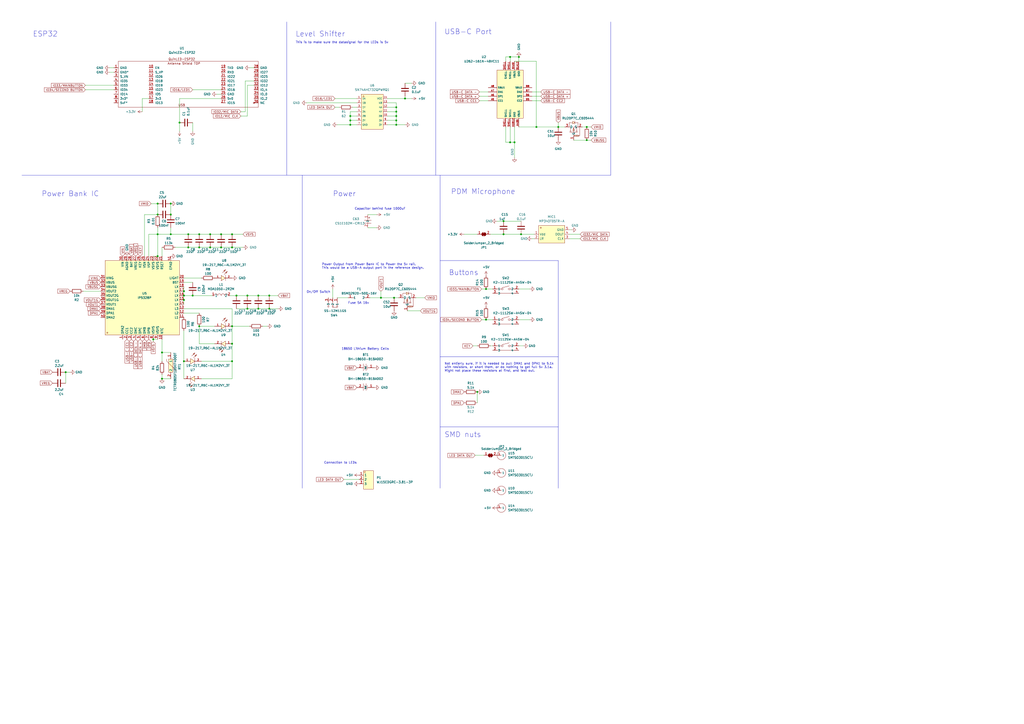
<source format=kicad_sch>
(kicad_sch (version 20230121) (generator eeschema)
  (paper "A2")
  (title_block (title "led-tube") (date "2023-10-02") (rev "0.1"))
  (junction (at 91.44 135.89))
  (junction (at 128.27 135.89))
  (junction (at 156.21 179.07))
  (junction (at 115.57 135.89))
  (junction (at 99.06 135.89))
  (junction (at 106.68 209.55))
  (junction (at 121.92 135.89))
  (junction (at 203.2 72.39))
  (junction (at 134.62 189.23))
  (junction (at 203.2 67.31))
  (junction (at 115.57 143.51))
  (junction (at 115.57 189.23))
  (junction (at 340.36 73.66))
  (junction (at 93.98 219.71))
  (junction (at 134.62 135.89))
  (junction (at 300.99 33.02))
  (junction (at 311.15 73.66))
  (junction (at 340.36 81.28))
  (junction (at 99.06 118.11))
  (junction (at 295.91 82.55))
  (junction (at 220.98 172.72))
  (junction (at 134.62 143.51))
  (junction (at 106.68 171.45))
  (junction (at 234.95 57.15))
  (junction (at 109.22 135.89))
  (junction (at 281.94 167.64))
  (junction (at 228.6 172.72))
  (junction (at 281.94 185.42))
  (junction (at 91.44 124.46))
  (junction (at 292.1 135.89))
  (junction (at 109.22 143.51))
  (junction (at 88.9 196.85))
  (junction (at 99.06 124.46))
  (junction (at 91.44 118.11))
  (junction (at 229.87 72.39))
  (junction (at 298.45 82.55))
  (junction (at 295.91 33.02))
  (junction (at 229.87 67.31))
  (junction (at 149.86 171.45))
  (junction (at 276.86 227.33))
  (junction (at 149.86 179.07))
  (junction (at 143.51 179.07))
  (junction (at 104.14 71.12))
  (junction (at 143.51 171.45))
  (junction (at 137.16 171.45))
  (junction (at 229.87 62.23))
  (junction (at 121.92 143.51))
  (junction (at 93.98 204.47))
  (junction (at 292.1 128.27))
  (junction (at 38.1 215.9))
  (junction (at 106.68 168.91))
  (junction (at 302.26 135.89))
  (junction (at 106.68 173.99))
  (junction (at 156.21 171.45))
  (junction (at 91.44 148.59))
  (junction (at 134.62 199.39))
  (junction (at 229.87 69.85))
  (junction (at 323.85 73.66))
  (junction (at 111.76 171.45))
  (junction (at 203.2 69.85))
  (junction (at 128.27 143.51))
  (junction (at 134.62 209.55))
  (junction (at 229.87 64.77))
  (wire (pts (xy 203.2 67.31) (xy 207.01 67.31)))
  (wire (pts (xy 203.2 67.31) (xy 203.2 69.85)))
  (wire (pts (xy 143.51 171.45) (xy 149.86 171.45)))
  (wire (pts (xy 109.22 143.51) (xy 115.57 143.51)))
  (wire (pts (xy 91.44 135.89) (xy 99.06 135.89)))
  (wire (pts (xy 295.91 82.55) (xy 295.91 73.66)))
  (polyline (pts (xy 252.73 12.7) (xy 252.73 101.6)))
  (wire (pts (xy 300.99 73.66) (xy 311.15 73.66)))
  (wire (pts (xy 106.68 171.45) (xy 106.68 173.99)))
  (wire (pts (xy 128.27 57.15) (xy 104.14 57.15)))
  (wire (pts (xy 224.79 72.39) (xy 229.87 72.39)))
  (wire (pts (xy 93.98 143.51) (xy 93.98 148.59)))
  (wire (pts (xy 220.98 168.91) (xy 220.98 172.72)))
  (wire (pts (xy 336.55 138.43) (xy 330.2 138.43)))
  (wire (pts (xy 298.45 91.44) (xy 298.45 82.55)))
  (wire (pts (xy 106.68 161.29) (xy 116.84 161.29)))
  (wire (pts (xy 149.86 171.45) (xy 156.21 171.45)))
  (wire (pts (xy 137.16 171.45) (xy 143.51 171.45)))
  (wire (pts (xy 99.06 118.11) (xy 99.06 124.46)))
  (wire (pts (xy 278.13 53.34) (xy 283.21 53.34)))
  (wire (pts (xy 115.57 189.23) (xy 124.46 189.23)))
  (wire (pts (xy 278.13 55.88) (xy 283.21 55.88)))
  (wire (pts (xy 293.37 35.56) (xy 293.37 33.02)))
  (wire (pts (xy 106.68 179.07) (xy 134.62 179.07)))
  (wire (pts (xy 87.63 118.11) (xy 91.44 118.11)))
  (wire (pts (xy 269.24 135.89) (xy 276.86 135.89)))
  (wire (pts (xy 229.87 59.69) (xy 229.87 62.23)))
  (wire (pts (xy 311.15 35.56) (xy 311.15 73.66)))
  (wire (pts (xy 106.68 168.91) (xy 106.68 171.45)))
  (wire (pts (xy 293.37 82.55) (xy 295.91 82.55)))
  (wire (pts (xy 224.79 64.77) (xy 229.87 64.77)))
  (wire (pts (xy 300.99 167.64) (xy 307.34 167.64)))
  (polyline (pts (xy 255.27 247.65) (xy 323.85 247.65)))
  (wire (pts (xy 88.9 148.59) (xy 91.44 148.59)))
  (wire (pts (xy 134.62 135.89) (xy 140.97 135.89)))
  (polyline (pts (xy 166.37 12.7) (xy 166.37 101.6)))
  (wire (pts (xy 142.24 46.99) (xy 142.24 64.77)))
  (wire (pts (xy 203.2 64.77) (xy 203.2 67.31)))
  (wire (pts (xy 224.79 67.31) (xy 229.87 67.31)))
  (wire (pts (xy 203.2 69.85) (xy 207.01 69.85)))
  (wire (pts (xy 300.99 185.42) (xy 307.34 185.42)))
  (wire (pts (xy 340.36 81.28) (xy 342.9 81.28)))
  (polyline (pts (xy 175.26 101.6) (xy 175.26 283.21)))
  (wire (pts (xy 234.95 55.88) (xy 234.95 57.15)))
  (wire (pts (xy 194.31 62.23) (xy 196.85 62.23)))
  (wire (pts (xy 293.37 33.02) (xy 295.91 33.02)))
  (wire (pts (xy 134.62 189.23) (xy 134.62 199.39)))
  (wire (pts (xy 308.61 55.88) (xy 313.69 55.88)))
  (wire (pts (xy 292.1 135.89) (xy 302.26 135.89)))
  (wire (pts (xy 298.45 82.55) (xy 298.45 73.66)))
  (wire (pts (xy 228.6 172.72) (xy 231.14 172.72)))
  (wire (pts (xy 115.57 135.89) (xy 121.92 135.89)))
  (wire (pts (xy 213.36 132.08) (xy 218.44 132.08)))
  (polyline (pts (xy 255.27 151.13) (xy 323.85 151.13)))
  (wire (pts (xy 115.57 143.51) (xy 121.92 143.51)))
  (wire (pts (xy 308.61 58.42) (xy 313.69 58.42)))
  (wire (pts (xy 195.58 72.39) (xy 203.2 72.39)))
  (wire (pts (xy 295.91 82.55) (xy 298.45 82.55)))
  (wire (pts (xy 224.79 62.23) (xy 229.87 62.23)))
  (wire (pts (xy 308.61 138.43) (xy 309.88 138.43)))
  (wire (pts (xy 143.51 67.31) (xy 143.51 49.53)))
  (wire (pts (xy 38.1 215.9) (xy 40.64 215.9)))
  (wire (pts (xy 106.68 209.55) (xy 106.68 219.71)))
  (wire (pts (xy 128.27 135.89) (xy 134.62 135.89)))
  (wire (pts (xy 298.45 35.56) (xy 311.15 35.56)))
  (wire (pts (xy 311.15 73.66) (xy 323.85 73.66)))
  (wire (pts (xy 156.21 179.07) (xy 161.29 179.07)))
  (wire (pts (xy 93.98 219.71) (xy 99.06 219.71)))
  (wire (pts (xy 93.98 204.47) (xy 99.06 204.47)))
  (wire (pts (xy 220.98 172.72) (xy 228.6 172.72)))
  (wire (pts (xy 199.39 278.13) (xy 208.28 278.13)))
  (wire (pts (xy 48.26 168.91) (xy 58.42 168.91)))
  (wire (pts (xy 99.06 132.08) (xy 99.06 135.89)))
  (wire (pts (xy 332.74 81.28) (xy 340.36 81.28)))
  (wire (pts (xy 137.16 179.07) (xy 143.51 179.07)))
  (wire (pts (xy 281.94 185.42) (xy 285.75 185.42)))
  (wire (pts (xy 224.79 57.15) (xy 234.95 57.15)))
  (wire (pts (xy 143.51 49.53) (xy 147.32 49.53)))
  (wire (pts (xy 88.9 196.85) (xy 91.44 196.85)))
  (wire (pts (xy 101.6 143.51) (xy 109.22 143.51)))
  (wire (pts (xy 66.04 49.53) (xy 49.53 49.53)))
  (polyline (pts (xy 12.7 101.6) (xy 354.33 101.6)))
  (wire (pts (xy 229.87 69.85) (xy 229.87 72.39)))
  (wire (pts (xy 293.37 73.66) (xy 293.37 82.55)))
  (wire (pts (xy 93.98 204.47) (xy 93.98 196.85)))
  (wire (pts (xy 106.68 171.45) (xy 111.76 171.45)))
  (wire (pts (xy 91.44 135.89) (xy 91.44 148.59)))
  (wire (pts (xy 149.86 179.07) (xy 156.21 179.07)))
  (wire (pts (xy 83.82 124.46) (xy 91.44 124.46)))
  (wire (pts (xy 116.84 219.71) (xy 134.62 219.71)))
  (wire (pts (xy 204.47 62.23) (xy 207.01 62.23)))
  (wire (pts (xy 134.62 189.23) (xy 144.78 189.23)))
  (polyline (pts (xy 255.27 101.6) (xy 255.27 283.21)))
  (wire (pts (xy 106.68 173.99) (xy 106.68 176.53)))
  (wire (pts (xy 275.59 264.16) (xy 280.67 264.16)))
  (wire (pts (xy 128.27 52.07) (xy 111.76 52.07)))
  (wire (pts (xy 104.14 71.12) (xy 104.14 76.2)))
  (wire (pts (xy 323.85 71.12) (xy 323.85 73.66)))
  (wire (pts (xy 229.87 67.31) (xy 229.87 69.85)))
  (wire (pts (xy 63.5 41.91) (xy 66.04 41.91)))
  (wire (pts (xy 134.62 209.55) (xy 134.62 199.39)))
  (wire (pts (xy 284.48 135.89) (xy 292.1 135.89)))
  (wire (pts (xy 93.98 209.55) (xy 93.98 204.47)))
  (wire (pts (xy 195.58 172.72) (xy 201.93 172.72)))
  (wire (pts (xy 147.32 46.99) (xy 142.24 46.99)))
  (wire (pts (xy 229.87 72.39) (xy 234.95 72.39)))
  (wire (pts (xy 229.87 64.77) (xy 229.87 67.31)))
  (wire (pts (xy 224.79 59.69) (xy 229.87 59.69)))
  (wire (pts (xy 276.86 227.33) (xy 276.86 233.68)))
  (wire (pts (xy 82.55 64.77) (xy 82.55 57.15)))
  (wire (pts (xy 302.26 135.89) (xy 309.88 135.89)))
  (wire (pts (xy 66.04 52.07) (xy 49.53 52.07)))
  (wire (pts (xy 134.62 219.71) (xy 134.62 209.55)))
  (wire (pts (xy 99.06 135.89) (xy 109.22 135.89)))
  (wire (pts (xy 143.51 179.07) (xy 149.86 179.07)))
  (wire (pts (xy 214.63 172.72) (xy 220.98 172.72)))
  (wire (pts (xy 109.22 135.89) (xy 115.57 135.89)))
  (wire (pts (xy 207.01 64.77) (xy 203.2 64.77)))
  (wire (pts (xy 134.62 143.51) (xy 140.97 143.51)))
  (wire (pts (xy 203.2 72.39) (xy 207.01 72.39)))
  (wire (pts (xy 104.14 57.15) (xy 104.14 71.12)))
  (polyline (pts (xy 323.85 151.13) (xy 323.85 283.21)))
  (wire (pts (xy 134.62 179.07) (xy 134.62 189.23)))
  (wire (pts (xy 288.29 128.27) (xy 292.1 128.27)))
  (wire (pts (xy 38.1 222.25) (xy 38.1 215.9)))
  (wire (pts (xy 106.68 166.37) (xy 106.68 168.91)))
  (wire (pts (xy 111.76 171.45) (xy 123.19 171.45)))
  (polyline (pts (xy 255.27 207.01) (xy 323.85 207.01)))
  (wire (pts (xy 133.35 171.45) (xy 137.16 171.45)))
  (wire (pts (xy 292.1 128.27) (xy 302.26 128.27)))
  (wire (pts (xy 152.4 189.23) (xy 154.94 189.23)))
  (wire (pts (xy 86.36 135.89) (xy 91.44 135.89)))
  (wire (pts (xy 116.84 209.55) (xy 134.62 209.55)))
  (wire (pts (xy 340.36 73.66) (xy 337.82 73.66)))
  (wire (pts (xy 281.94 167.64) (xy 285.75 167.64)))
  (wire (pts (xy 63.5 39.37) (xy 66.04 39.37)))
  (wire (pts (xy 88.9 196.85) (xy 88.9 198.12)))
  (wire (pts (xy 342.9 73.66) (xy 340.36 73.66)))
  (wire (pts (xy 327.66 73.66) (xy 323.85 73.66)))
  (wire (pts (xy 121.92 143.51) (xy 128.27 143.51)))
  (wire (pts (xy 284.48 200.66) (xy 285.75 200.66)))
  (wire (pts (xy 295.91 35.56) (xy 295.91 33.02)))
  (wire (pts (xy 331.47 133.35) (xy 330.2 133.35)))
  (wire (pts (xy 274.32 200.66) (xy 276.86 200.66)))
  (wire (pts (xy 91.44 132.08) (xy 91.44 135.89)))
  (wire (pts (xy 143.51 67.31) (xy 139.7 67.31)))
  (wire (pts (xy 144.78 39.37) (xy 147.32 39.37)))
  (polyline (pts (xy 354.33 12.7) (xy 354.33 101.6)))
  (wire (pts (xy 194.31 57.15) (xy 207.01 57.15)))
  (wire (pts (xy 236.22 180.34) (xy 243.84 180.34)))
  (wire (pts (xy 125.73 54.61) (xy 128.27 54.61)))
  (wire (pts (xy 279.4 185.42) (xy 281.94 185.42)))
  (wire (pts (xy 193.04 167.64) (xy 193.04 172.72)))
  (wire (pts (xy 278.13 58.42) (xy 283.21 58.42)))
  (wire (pts (xy 124.46 199.39) (xy 115.57 199.39)))
  (wire (pts (xy 121.92 135.89) (xy 128.27 135.89)))
  (wire (pts (xy 213.36 124.46) (xy 218.44 124.46)))
  (wire (pts (xy 106.68 163.83) (xy 111.76 163.83)))
  (wire (pts (xy 241.3 172.72) (xy 246.38 172.72)))
  (wire (pts (xy 300.99 35.56) (xy 300.99 33.02)))
  (wire (pts (xy 93.98 219.71) (xy 93.98 217.17)))
  (wire (pts (xy 115.57 199.39) (xy 115.57 189.23)))
  (wire (pts (xy 203.2 69.85) (xy 203.2 72.39)))
  (wire (pts (xy 224.79 69.85) (xy 229.87 69.85)))
  (wire (pts (xy 82.55 57.15) (xy 86.36 57.15)))
  (wire (pts (xy 229.87 62.23) (xy 229.87 64.77)))
  (wire (pts (xy 156.21 171.45) (xy 161.29 171.45)))
  (wire (pts (xy 142.24 64.77) (xy 139.7 64.77)))
  (wire (pts (xy 111.76 71.12) (xy 111.76 76.2)))
  (wire (pts (xy 106.68 181.61) (xy 115.57 181.61)))
  (wire (pts (xy 234.95 48.26) (xy 238.76 48.26)))
  (wire (pts (xy 295.91 33.02) (xy 300.99 33.02)))
  (wire (pts (xy 128.27 143.51) (xy 134.62 143.51)))
  (wire (pts (xy 86.36 148.59) (xy 86.36 135.89)))
  (wire (pts (xy 106.68 191.77) (xy 106.68 209.55)))
  (wire (pts (xy 234.95 57.15) (xy 238.76 57.15)))
  (wire (pts (xy 330.2 135.89) (xy 336.55 135.89)))
  (wire (pts (xy 177.8 59.69) (xy 207.01 59.69)))
  (wire (pts (xy 91.44 118.11) (xy 91.44 124.46)))
  (wire (pts (xy 279.4 167.64) (xy 281.94 167.64)))
  (wire (pts (xy 308.61 53.34) (xy 313.69 53.34)))
  (wire (pts (xy 83.82 148.59) (xy 83.82 124.46)))
  (wire (pts (xy 300.99 200.66) (xy 303.53 200.66)))
  (text "SMD nuts" (at 257.81 254 0) (effects (font (size 3 3)) (justify left bottom)))
  (text "18650 Lithium Battery Cells" (at 198.12 203.2 0) (effects (font (size 1.27 1.27)) (justify left bottom)))
  (text "Fuse 5A 16v\n" (at 201.93 176.53 0) (effects (font (size 1.27 1.27)) (justify left bottom)))
  (text "Capacitor behind fuse 1000uF" (at 205.74 121.92 0) (effects (font (size 1.27 1.27)) (justify left bottom)))
  (text "Power Bank IC" (at 24.13 114.3 0) (effects (font (size 3 3)) (justify left bottom)))
  (text "On/Off Switch\n" (at 177.8 170.18 0) (effects (font (size 1.27 1.27)) (justify left bottom)))
  (text "Power" (at 193.04 114.3 0) (effects (font (size 3 3)) (justify left bottom)))
  (text "PDM Microphone" (at 261.62 113.03 0) (effects (font (size 3 3)) (justify left bottom)))
  (text "USB-C Port" (at 257.81 20.32 0) (effects (font (size 3 3)) (justify left bottom)))
  (text "Buttons\n" (at 260.35 160.02 0) (effects (font (size 3 3)) (justify left bottom)))
  (text "Connection to LEDs" (at 187.96 269.24 0) (effects (font (size 1.27 1.27)) (justify left bottom)))
  (text "This is to make sure the datasignal for the LEDs is 5v" (at 171.45 25.4 0) (effects (font (size 1.27 1.27)) (justify left bottom)))
  (text "Level Shifter" (at 171.45 21.59 0) (effects (font (size 3 3)) (justify left bottom)))
  (text "Power Output from Power Bank IC to Power the 5v rail.\nThis would be a USB-A output port in the reference design." (at 186.69 156.21 0) (effects (font (size 1.27 1.27)) (justify left bottom)))
  (text "Not entierly sure, if it is needed to pull DMA1 and DPA1 to 5.1k \nwith resistors, or short them, or do nothing to get full 5v 3.1a.\nMight not place these resistors at first, and test out." (at 257.81 215.9 0) (effects (font (size 1.27 1.27)) (justify left bottom)))
  (text "ESP32" (at 19.05 21.59 0) (effects (font (size 3 3)) (justify left bottom)))
  (global_label "LED DATA OUT" (shape input) (at 275.59 264.16 180) (property "Intersheetrefs" "${INTERSHEET_REFS}" (effects hide)))
  (global_label "VOUT1G" (shape input) (at 243.84 180.34 0) (property "Intersheetrefs" "${INTERSHEET_REFS}" (effects hide)))
  (global_label "IO32{slash}MIC DATA" (shape input) (at 139.7 64.77 180) (property "Intersheetrefs" "${INTERSHEET_REFS}" (effects hide)))
  (global_label "KEY" (shape input) (at 81.28 148.59 90) (property "Intersheetrefs" "${INTERSHEET_REFS}" (effects hide)))
  (global_label "DPA1" (shape input) (at 58.42 181.61 180) (property "Intersheetrefs" "${INTERSHEET_REFS}" (effects hide)))
  (global_label "IO12{slash}MIC CLK" (shape input) (at 336.55 138.43 0) (property "Intersheetrefs" "${INTERSHEET_REFS}" (effects hide)))
  (global_label "VSYS" (shape input) (at 140.97 135.89 0) (property "Intersheetrefs" "${INTERSHEET_REFS}" (effects hide)))
  (global_label "DPA1" (shape input) (at 269.24 233.68 180) (property "Intersheetrefs" "${INTERSHEET_REFS}" (effects hide)))
  (global_label "VMID" (shape input) (at 246.38 172.72 0) (property "Intersheetrefs" "${INTERSHEET_REFS}" (effects hide)))
  (global_label "VREG" (shape input) (at 30.48 222.25 180) (property "Intersheetrefs" "${INTERSHEET_REFS}" (effects hide)))
  (global_label "VMID" (shape input) (at 342.9 73.66 0) (property "Intersheetrefs" "${INTERSHEET_REFS}" (effects hide)))
  (global_label "DMA1" (shape input) (at 58.42 179.07 180) (property "Intersheetrefs" "${INTERSHEET_REFS}" (effects hide)))
  (global_label "USB-C CC1" (shape input) (at 73.66 196.85 270) (property "Intersheetrefs" "${INTERSHEET_REFS}" (effects hide)))
  (global_label "VING" (shape input) (at 58.42 161.29 180) (property "Intersheetrefs" "${INTERSHEET_REFS}" (effects hide)))
  (global_label "VBAT" (shape input) (at 76.2 148.59 90) (property "Intersheetrefs" "${INTERSHEET_REFS}" (effects hide)))
  (global_label "USB-C DATA -" (shape input) (at 78.74 196.85 270) (property "Intersheetrefs" "${INTERSHEET_REFS}" (effects hide)))
  (global_label "IO16{slash}LED1" (shape input) (at 194.31 57.15 180) (property "Intersheetrefs" "${INTERSHEET_REFS}" (effects hide)))
  (global_label "VOUT1G" (shape input) (at 58.42 173.99 180) (property "Intersheetrefs" "${INTERSHEET_REFS}" (effects hide)))
  (global_label "USB-C CC2" (shape input) (at 313.69 58.42 0) (property "Intersheetrefs" "${INTERSHEET_REFS}" (effects hide)))
  (global_label "USB-C DATA +" (shape input) (at 81.28 196.85 270) (property "Intersheetrefs" "${INTERSHEET_REFS}" (effects hide)))
  (global_label "USB-C DATA +" (shape input) (at 313.69 55.88 0) (property "Intersheetrefs" "${INTERSHEET_REFS}" (effects hide)))
  (global_label "VMID" (shape input) (at 87.63 118.11 180) (property "Intersheetrefs" "${INTERSHEET_REFS}" (effects hide)))
  (global_label "LED DATA OUT" (shape input) (at 199.39 278.13 180) (property "Intersheetrefs" "${INTERSHEET_REFS}" (effects hide)))
  (global_label "VOUT1" (shape input) (at 58.42 176.53 180) (property "Intersheetrefs" "${INTERSHEET_REFS}" (effects hide)))
  (global_label "VOUT1" (shape input) (at 220.98 168.91 90) (property "Intersheetrefs" "${INTERSHEET_REFS}" (effects hide)))
  (global_label "IO16{slash}LED1" (shape input) (at 111.76 52.07 180) (property "Intersheetrefs" "${INTERSHEET_REFS}" (effects hide)))
  (global_label "USB-C CC2" (shape input) (at 76.2 196.85 270) (property "Intersheetrefs" "${INTERSHEET_REFS}" (effects hide)))
  (global_label "LED DATA OUT" (shape input) (at 194.31 62.23 180) (property "Intersheetrefs" "${INTERSHEET_REFS}" (effects hide)))
  (global_label "DMA1" (shape input) (at 269.24 227.33 180) (property "Intersheetrefs" "${INTERSHEET_REFS}" (effects hide)))
  (global_label "VBAT" (shape input) (at 161.29 171.45 0) (property "Intersheetrefs" "${INTERSHEET_REFS}" (effects hide)))
  (global_label "VBUS" (shape input) (at 323.85 71.12 90) (property "Intersheetrefs" "${INTERSHEET_REFS}" (effects hide)))
  (global_label "DMB" (shape input) (at 83.82 196.85 270) (property "Intersheetrefs" "${INTERSHEET_REFS}" (effects hide)))
  (global_label "VREG" (shape input) (at 40.64 168.91 180) (property "Intersheetrefs" "${INTERSHEET_REFS}" (effects hide)))
  (global_label "VBAT" (shape input) (at 207.01 224.79 180) (property "Intersheetrefs" "${INTERSHEET_REFS}" (effects hide)))
  (global_label "VIN" (shape input) (at 71.12 148.59 90) (property "Intersheetrefs" "${INTERSHEET_REFS}" (effects hide)))
  (global_label "VSYS" (shape input) (at 88.9 198.12 270) (property "Intersheetrefs" "${INTERSHEET_REFS}" (effects hide)))
  (global_label "USB-C DATA -" (shape input) (at 313.69 53.34 0) (property "Intersheetrefs" "${INTERSHEET_REFS}" (effects hide)))
  (global_label "VBUSG" (shape input) (at 342.9 81.28 0) (property "Intersheetrefs" "${INTERSHEET_REFS}" (effects hide)))
  (global_label "IO34{slash}SECOND BUTTON" (shape input) (at 49.53 52.07 180) (property "Intersheetrefs" "${INTERSHEET_REFS}" (effects hide)))
  (global_label "IO33{slash}MAINBUTTON" (shape input) (at 279.4 167.64 180) (property "Intersheetrefs" "${INTERSHEET_REFS}" (effects hide)))
  (global_label "VBUS" (shape input) (at 58.42 163.83 180) (property "Intersheetrefs" "${INTERSHEET_REFS}" (effects hide)))
  (global_label "IO32{slash}MIC DATA" (shape input) (at 336.55 135.89 0) (property "Intersheetrefs" "${INTERSHEET_REFS}" (effects hide)))
  (global_label "VBAT" (shape input) (at 30.48 215.9 180) (property "Intersheetrefs" "${INTERSHEET_REFS}" (effects hide)))
  (global_label "USB-C DATA -" (shape input) (at 278.13 53.34 180) (property "Intersheetrefs" "${INTERSHEET_REFS}" (effects hide)))
  (global_label "USB-C CC1" (shape input) (at 278.13 58.42 180) (property "Intersheetrefs" "${INTERSHEET_REFS}" (effects hide)))
  (global_label "IO34{slash}SECOND BUTTON" (shape input) (at 279.4 185.42 180) (property "Intersheetrefs" "${INTERSHEET_REFS}" (effects hide)))
  (global_label "DPB" (shape input) (at 86.36 196.85 270) (property "Intersheetrefs" "${INTERSHEET_REFS}" (effects hide)))
  (global_label "VBAT" (shape input) (at 207.01 213.36 180) (property "Intersheetrefs" "${INTERSHEET_REFS}" (effects hide)))
  (global_label "IO33{slash}MAINBUTTON" (shape input) (at 49.53 49.53 180) (property "Intersheetrefs" "${INTERSHEET_REFS}" (effects hide)))
  (global_label "KEY" (shape input) (at 274.32 200.66 180) (property "Intersheetrefs" "${INTERSHEET_REFS}" (effects hide)))
  (global_label "IO12{slash}MIC CLK" (shape input) (at 139.7 67.31 180) (property "Intersheetrefs" "${INTERSHEET_REFS}" (effects hide)))
  (global_label "VBUSG" (shape input) (at 58.42 166.37 180) (property "Intersheetrefs" "${INTERSHEET_REFS}" (effects hide)))
  (global_label "VREG" (shape input) (at 78.74 148.59 90) (property "Intersheetrefs" "${INTERSHEET_REFS}" (effects hide)))
  (global_label "USB-C DATA +" (shape input) (at 278.13 55.88 180) (property "Intersheetrefs" "${INTERSHEET_REFS}" (effects hide)))
  (symbol (lib_id "power:GND") (at 161.29 179.07 90) (unit 1)
    (property "Reference" "#PWR021" (effects hide))
    (property "Value" "GND" (at 165.1 179.07 90) (effects (justify right)))
  )
  (symbol (lib_id "Device:C") (at 121.92 139.7 0) (unit 1)
    (property "Reference" "C11" (at 123.19 144.78 0) (effects (justify left)))
    (property "Value" "22uf" (at 120.65 146.05 0) (effects (justify left)))
    (property "Footprint" "Capacitor_SMD:C_0805_2012Metric_Pad1.18x1.45mm_HandSolder" (effects hide))
  )
  (symbol (lib_id "easyeda2kicad:BH-18650-B1BA002") (at 212.09 213.36 0) (unit 1)
    (property "Reference" "BT1" (at 212.09 205.74 0))
    (property "Value" "BH-18650-B1BA002" (at 212.09 208.28 0))
    (property "Footprint" "easyeda2kicad:BATTERY-SMD_18650-1S-L77.1-W20.7-1" (effects hide))
    (property "LCSC Part" "C2988620" (effects hide))
  )
  (symbol (lib_id "GLOWINGKITTYPARTS:SMTSO3015CTJ") (at 290.83 257.81 0) (unit 1)
    (property "Reference" "U15" (at 294.64 262.89 0) (effects (justify left)))
    (property "Value" "SMTSO3015CTJ" (at 294.64 265.43 0) (effects (justify left)))
    (property "Footprint" "footprint:SMTSO3030CTJ" (effects hide))
    (property "Datasheet" "https://img.jlc.com/pdf/applyPasteComponent/2021-07-26/212394W/84600014a36a49d2b26ab413315c8aa0/SINHOO%E7%94%B5%E8%B7%AF%E6%9D%BF%E8%A1%A8%E8%B4%B4%E8%9E%BA%E6%AF%8D%E6%9F%B1PCBSMDNuts.pdf" (effects hide))
    (property "LCSC #" "C2915308" (effects hide))
  )
  (symbol (lib_id "easyeda2kicad:MP34DT05TR-A") (at 320.04 135.89 0) (unit 1)
    (property "Reference" "MIC1" (at 320.04 125.73 0))
    (property "Value" "MP34DT05TR-A" (at 320.04 128.27 0))
    (property "Footprint" "easyeda2kicad:MIC-SMD_5P-L3.0-W4.0-P0.85-BL" (effects hide))
    (property "LCSC Part" "C2688664" (effects hide))
  )
  (symbol (lib_id "easyeda2kicad:BH-18650-B1BA002") (at 212.09 224.79 0) (unit 1)
    (property "Reference" "BT2" (at 212.09 217.17 0))
    (property "Value" "BH-18650-B1BA002" (at 212.09 219.71 0))
    (property "Footprint" "easyeda2kicad:BATTERY-SMD_18650-1S-L77.1-W20.7-1" (effects hide))
    (property "LCSC Part" "C2988620" (effects hide))
  )
  (symbol (lib_id "power:GND") (at 93.98 219.71 0) (unit 1)
    (property "Reference" "#PWR04" (effects hide))
    (property "Value" "GND" (at 93.98 224.79 0))
  )
  (symbol (lib_id "GLOWINGKITTYPARTS:SMTSO3015CTJ") (at 290.83 267.97 0) (unit 1)
    (property "Reference" "U11" (at 294.64 273.05 0) (effects (justify left)))
    (property "Value" "SMTSO3015CTJ" (at 294.64 275.59 0) (effects (justify left)))
    (property "Footprint" "footprint:SMTSO3030CTJ" (effects hide))
    (property "Datasheet" "https://img.jlc.com/pdf/applyPasteComponent/2021-07-26/212394W/84600014a36a49d2b26ab413315c8aa0/SINHOO%E7%94%B5%E8%B7%AF%E6%9D%BF%E8%A1%A8%E8%B4%B4%E8%9E%BA%E6%AF%8D%E6%9F%B1PCBSMDNuts.pdf" (effects hide))
    (property "LCSC #" "C2915308" (effects hide))
  )
  (symbol (lib_id "GLOWINGKITTYPARTS:19-217_R6C-AL1M2VY_3T") (at 229.87 224.79 0) (unit 1)
    (property "Reference" "U8" (at 130.048 151.13 0))
    (property "Value" "19-217_R6C-AL1M2VY_3T" (at 130.048 153.67 0))
    (property "Footprint" "footprint:LED0603-R-RD" (effects hide))
    (property "Datasheet" "https://lcsc.com/product-detail/Light-Emitting-Diodes-LED_Hubei-KENTO-Elec-0603-Green_C12624.html" (effects hide))
  )
  (symbol (lib_id "Device:C") (at 137.16 175.26 0) (unit 1)
    (property "Reference" "C17" (at 138.43 180.34 0) (effects (justify left)))
    (property "Value" "22uf" (at 135.89 181.61 0) (effects (justify left)))
    (property "Footprint" "Capacitor_SMD:C_0805_2012Metric_Pad1.18x1.45mm_HandSolder" (effects hide))
  )
  (symbol (lib_id "power:GND") (at 177.8 59.69 270) (unit 1)
    (property "Reference" "#PWR0109" (effects hide))
    (property "Value" "GND" (at 173.99 59.6899 90) (effects (justify right)))
  )
  (symbol (lib_id "power:GND") (at 99.06 118.11 90) (unit 1)
    (property "Reference" "#PWR05" (effects hide))
    (property "Value" "GND" (at 104.14 118.11 90))
  )
  (symbol (lib_id "Device:C") (at 111.76 167.64 180) (unit 1)
    (property "Reference" "C9" (at 115.57 166.37 90) (effects (justify left)))
    (property "Value" "100nf" (at 118.11 165.1 90) (effects (justify left)))
    (property "Footprint" "Capacitor_SMD:C_0603_1608Metric_Pad1.08x0.95mm_HandSolder" (effects hide))
  )
  (symbol (lib_id "power:+3.3V") (at 82.55 64.77 90) (unit 1)
    (property "Reference" "#PWR013" (effects hide))
    (property "Value" "+3.3V" (at 78.74 64.77 90) (effects (justify left)))
  )
  (symbol (lib_id "power:GND") (at 308.61 138.43 270) (unit 1)
    (property "Reference" "#PWR027" (effects hide))
    (property "Value" "GND" (at 306.07 138.43 90) (effects (justify right)))
  )
  (symbol (lib_id "power:GND") (at 303.53 200.66 90) (unit 1)
    (property "Reference" "#PWR010" (effects hide))
    (property "Value" "GND" (at 308.61 200.66 90))
  )
  (symbol (lib_id "Device:C") (at 143.51 175.26 0) (unit 1)
    (property "Reference" "C18" (at 144.78 180.34 0) (effects (justify left)))
    (property "Value" "22uf" (at 142.24 181.61 0) (effects (justify left)))
    (property "Footprint" "Capacitor_SMD:C_0805_2012Metric_Pad1.18x1.45mm_HandSolder" (effects hide))
  )
  (symbol (lib_id "power:GND") (at 134.62 161.29 90) (unit 1)
    (property "Reference" "#PWR07" (effects hide))
    (property "Value" "GND" (at 138.43 161.29 90) (effects (justify right)))
  )
  (symbol (lib_id "power:GND") (at 154.94 189.23 90) (unit 1)
    (property "Reference" "#PWR09" (effects hide))
    (property "Value" "GND" (at 158.75 189.23 90) (effects (justify right)))
  )
  (symbol (lib_id "power:GND") (at 307.34 185.42 90) (mirror x) (unit 1)
    (property "Reference" "#PWR030" (effects hide))
    (property "Value" "GND" (at 314.96 185.42 90) (effects (justify left)))
  )
  (symbol (lib_id "Device:C") (at 34.29 215.9 270) (unit 1)
    (property "Reference" "C3" (at 31.75 209.55 90) (effects (justify left)))
    (property "Value" "2.2uf" (at 31.75 212.09 90) (effects (justify left)))
    (property "Footprint" "Capacitor_SMD:C_0603_1608Metric_Pad1.08x0.95mm_HandSolder" (effects hide))
  )
  (symbol (lib_id "GLOWINGKITTYPARTS:SMTSO3015CTJ") (at 290.83 288.29 0) (unit 1)
    (property "Reference" "U14" (at 294.64 293.37 0) (effects (justify left)))
    (property "Value" "SMTSO3015CTJ" (at 294.64 295.91 0) (effects (justify left)))
    (property "Footprint" "footprint:SMTSO3030CTJ" (effects hide))
    (property "Datasheet" "https://img.jlc.com/pdf/applyPasteComponent/2021-07-26/212394W/84600014a36a49d2b26ab413315c8aa0/SINHOO%E7%94%B5%E8%B7%AF%E6%9D%BF%E8%A1%A8%E8%B4%B4%E8%9E%BA%E6%AF%8D%E6%9F%B1PCBSMDNuts.pdf" (effects hide))
    (property "LCSC #" "C2915308" (effects hide))
  )
  (symbol (lib_id "quinled:QuinLED-ESP32") (at 46.99 31.75 0) (unit 1)
    (property "Reference" "U1" (at 104.14 27.94 0) (effects (justify left)))
    (property "Value" "QuinLED-ESP32" (at 97.79 30.48 0) (effects (justify left)))
    (property "Footprint" "quinled:QuinLED-ESP32" (effects hide))
  )
  (symbol (lib_id "Device:R") (at 281.94 181.61 180) (unit 1)
    (property "Reference" "R15" (at 276.86 181.61 90))
    (property "Value" "100" (at 279.4 181.61 90))
    (property "Footprint" "Resistor_SMD:R_0603_1608Metric_Pad0.98x0.95mm_HandSolder" (effects hide))
  )
  (symbol (lib_id "Device:C") (at 234.95 52.07 0) (unit 1)
    (property "Reference" "C2" (at 238.76 50.7999 0) (effects (justify left)))
    (property "Value" "0.1uF" (at 238.76 53.3399 0) (effects (justify left)))
    (property "Footprint" "Capacitor_SMD:C_0603_1608Metric_Pad1.08x0.95mm_HandSolder" (effects hide))
  )
  (symbol (lib_id "power:+5V") (at 281.94 160.02 0) (unit 1)
    (property "Reference" "#PWR018" (effects hide))
    (property "Value" "+5V" (at 281.94 154.94 0))
  )
  (symbol (lib_id "easyeda2kicad:CS1E102M-CRI13") (at 213.36 128.27 270) (unit 1)
    (property "Reference" "C63" (at 204.47 127 90) (effects (justify left)))
    (property "Value" "CS1E102M-CRI13" (at 194.31 129.54 90) (effects (justify left)))
    (property "Footprint" "easyeda2kicad:CAP-SMD_BD12.5-L13.0-W13.0-FD" (effects hide))
    (property "Datasheet" "https://lcsc.com/product-detail/Aluminum-Electrolytic-Capacitors-SMD_1000uF-25V_C123705.html" (effects hide))
    (property "LCSC Part" "C123705" (effects hide))
  )
  (symbol (lib_id "power:GND") (at 125.73 54.61 270) (unit 1)
    (property "Reference" "#PWR0139" (effects hide))
    (property "Value" "GND" (at 118.11 54.61 90) (effects (justify left)))
  )
  (symbol (lib_id "power:+5V") (at 238.76 57.15 270) (unit 1)
    (property "Reference" "#PWR0106" (effects hide))
    (property "Value" "+5V" (at 242.57 57.1499 90) (effects (justify left)))
  )
  (symbol (lib_id "power:+5V") (at 281.94 177.8 0) (unit 1)
    (property "Reference" "#PWR029" (effects hide))
    (property "Value" "+5V" (at 281.94 172.72 0))
  )
  (symbol (lib_id "Device:C") (at 292.1 132.08 0) (unit 1)
    (property "Reference" "C15" (at 290.83 124.46 0) (effects (justify left)))
    (property "Value" "1uF" (at 289.56 127 0) (effects (justify left)))
    (property "Footprint" "Capacitor_SMD:C_0603_1608Metric_Pad1.08x0.95mm_HandSolder" (effects hide))
  )
  (symbol (lib_id "power:GND") (at 40.64 215.9 90) (unit 1)
    (property "Reference" "#PWR02" (effects hide))
    (property "Value" "GND" (at 45.72 215.9 90))
  )
  (symbol (lib_id "power:GND") (at 238.76 48.26 90) (unit 1)
    (property "Reference" "#PWR0105" (effects hide))
    (property "Value" "GND" (at 242.57 48.2599 90) (effects (justify right)))
  )
  (symbol (lib_id "easyeda2kicad:RU20P7C_C605444") (at 236.22 172.72 90) (unit 1)
    (property "Reference" "Q2" (at 232.41 165.1 90))
    (property "Value" "RU20P7C_C605444" (at 232.41 167.64 90))
    (property "Footprint" "easyeda2kicad:SOT-23-3_L2.9-W1.6-P1.90-LS2.8-BR" (effects hide))
    (property "Datasheet" "https://lcsc.com/product-detail/MOSFET_INJOINIC-RU20P7C_C605444.html" (effects hide))
    (property "LCSC Part" "C605444" (effects hide))
  )
  (symbol (lib_id "power:GND") (at 111.76 76.2 0) (unit 1)
    (property "Reference" "#PWR0103" (effects hide))
    (property "Value" "GND" (at 111.7599 80.01 90) (effects (justify right)))
  )
  (symbol (lib_id "power:GND") (at 288.29 274.32 270) (mirror x) (unit 1)
    (property "Reference" "#PWR020" (effects hide))
    (property "Value" "GND" (at 280.67 274.32 90) (effects (justify left)))
  )
  (symbol (lib_id "easyeda2kicad:K2-1112SW-A4SW-04") (at 293.37 185.42 0) (unit 1)
    (property "Reference" "SW3" (at 293.37 179.07 0))
    (property "Value" "K2-1112SW-A4SW-04" (at 297.18 181.61 0))
    (property "Footprint" "easyeda2kicad:KEY-TH_K2-1112SW-AXXW-XX" (effects hide))
    (property "Datasheet" "https://lcsc.com/product-detail/Tactile-Switches_Korean-Hroparts-Elec-K2-1112SW-A4SW-04_C223811.html" (effects hide))
    (property "LCSC Part" "C223811" (effects hide))
  )
  (symbol (lib_id "GLOWINGKITTYPARTS:SN74AHCT32QPWRQ1") (at 215.9 52.07 0) (unit 1)
    (property "Reference" "U6" (at 215.9 49.53 0))
    (property "Value" "SN74AHCT32QPWRQ1" (at 215.9 52.07 0))
    (property "Footprint" "footprint:TSSOP-14_L5.0-W4.4-P0.65-LS6.5-BL" (effects hide))
    (property "Datasheet" "https://item.szlcsc.com/209060.html" (effects hide))
    (property "LCSC #" "C507218" (effects hide))
  )
  (symbol (lib_id "power:+3.3V") (at 269.24 135.89 90) (unit 1)
    (property "Reference" "#PWR019" (effects hide))
    (property "Value" "+3.3V" (at 265.43 135.89 90) (effects (justify left)))
  )
  (symbol (lib_id "Device:C") (at 34.29 222.25 90) (unit 1)
    (property "Reference" "C4" (at 36.83 228.6 90) (effects (justify left)))
    (property "Value" "2.2uf" (at 36.83 226.06 90) (effects (justify left)))
    (property "Footprint" "Capacitor_SMD:C_0603_1608Metric_Pad1.08x0.95mm_HandSolder" (effects hide))
  )
  (symbol (lib_id "Device:C") (at 302.26 132.08 0) (unit 1)
    (property "Reference" "C16" (at 300.99 124.46 0) (effects (justify left)))
    (property "Value" "0.1uF" (at 299.72 127 0) (effects (justify left)))
    (property "Footprint" "Capacitor_SMD:C_0603_1608Metric_Pad1.08x0.95mm_HandSolder" (effects hide))
  )
  (symbol (lib_id "power:+5V") (at 193.04 167.64 0) (unit 1)
    (property "Reference" "#PWR015" (effects hide))
    (property "Value" "+5V" (at 193.04 160.02 90) (effects (justify right)))
  )
  (symbol (lib_id "Device:C") (at 128.27 139.7 0) (unit 1)
    (property "Reference" "C12" (at 129.54 144.78 0) (effects (justify left)))
    (property "Value" "22uf" (at 127 146.05 0) (effects (justify left)))
    (property "Footprint" "Capacitor_SMD:C_0805_2012Metric_Pad1.18x1.45mm_HandSolder" (effects hide))
  )
  (symbol (lib_id "Device:R") (at 44.45 168.91 270) (unit 1)
    (property "Reference" "R2" (at 44.45 173.99 90))
    (property "Value" "10k" (at 44.45 171.45 90))
    (property "Footprint" "Resistor_SMD:R_0603_1608Metric_Pad0.98x0.95mm_HandSolder" (effects hide))
  )
  (symbol (lib_id "Device:C") (at 95.25 124.46 90) (unit 1)
    (property "Reference" "C6" (at 96.52 128.27 90) (effects (justify left)))
    (property "Value" "100nf" (at 97.79 130.81 90) (effects (justify left)))
    (property "Footprint" "Capacitor_SMD:C_0603_1608Metric_Pad1.08x0.95mm_HandSolder" (effects hide))
  )
  (symbol (lib_id "Device:C") (at 323.85 77.47 0) (unit 1)
    (property "Reference" "C51" (at 317.5 76.2 0) (effects (justify left)))
    (property "Value" "10uf" (at 317.5 78.74 0) (effects (justify left)))
    (property "Footprint" "Capacitor_SMD:C_0603_1608Metric_Pad1.08x0.95mm_HandSolder" (effects hide))
  )
  (symbol (lib_id "Device:R") (at 340.36 77.47 0) (unit 1)
    (property "Reference" "R10" (at 345.44 77.47 90))
    (property "Value" "10k" (at 342.9 77.47 90))
    (property "Footprint" "Resistor_SMD:R_0603_1608Metric_Pad0.98x0.95mm_HandSolder" (effects hide))
  )
  (symbol (lib_id "Jumper:SolderJumper_2_Bridged") (at 284.48 264.16 0) (unit 1)
    (property "Reference" "JP2" (at 290.83 259.08 0))
    (property "Value" "SolderJumper_2_Bridged" (at 290.83 260.35 0))
    (property "Footprint" "Jumper:SolderJumper-2_P1.3mm_Bridged_RoundedPad1.0x1.5mm" (effects hide))
  )
  (symbol (lib_id "power:GND") (at 99.06 148.59 90) (unit 1)
    (property "Reference" "#PWR06" (effects hide))
    (property "Value" "GND" (at 104.14 148.59 90))
  )
  (symbol (lib_id "Device:R") (at 115.57 185.42 0) (unit 1)
    (property "Reference" "R7" (at 120.65 185.42 90))
    (property "Value" "100" (at 118.11 185.42 90))
    (property "Footprint" "Resistor_SMD:R_0603_1608Metric_Pad0.98x0.95mm_HandSolder" (effects hide))
  )
  (symbol (lib_id "GLOWINGKITTYPARTS:19-217_R6C-AL1M2VY_3T") (at 229.87 252.73 0) (unit 1)
    (property "Reference" "U9" (at 129.54 194.31 0))
    (property "Value" "19-217_R6C-AL1M2VY_3T" (at 121.92 191.77 0))
    (property "Footprint" "footprint:LED0603-R-RD" (effects hide))
    (property "Datasheet" "https://lcsc.com/product-detail/Light-Emitting-Diodes-LED_Hubei-KENTO-Elec-0603-Green_C12624.html" (effects hide))
  )
  (symbol (lib_id "power:GND") (at 217.17 224.79 90) (unit 1)
    (property "Reference" "#PWR011" (effects hide))
    (property "Value" "GND" (at 220.98 224.79 90) (effects (justify right)))
  )
  (symbol (lib_id "Device:C") (at 156.21 175.26 0) (unit 1)
    (property "Reference" "C20" (at 156.21 180.34 0) (effects (justify left)))
    (property "Value" "22uf" (at 154.94 181.61 0) (effects (justify left)))
    (property "Footprint" "Capacitor_SMD:C_0805_2012Metric_Pad1.18x1.45mm_HandSolder" (effects hide))
  )
  (symbol (lib_id "Device:C") (at 134.62 139.7 0) (unit 1)
    (property "Reference" "C13" (at 135.89 144.78 0) (effects (justify left)))
    (property "Value" "10uf" (at 133.35 146.05 0) (effects (justify left)))
    (property "Footprint" "Capacitor_SMD:C_0603_1608Metric_Pad1.08x0.95mm_HandSolder" (effects hide))
  )
  (symbol (lib_id "Device:R") (at 91.44 128.27 180) (unit 1)
    (property "Reference" "R3" (at 86.36 128.27 90))
    (property "Value" "0.01" (at 88.9 128.27 90))
    (property "Footprint" "Resistor_SMD:R_0603_1608Metric_Pad0.98x0.95mm_HandSolder" (effects hide))
  )
  (symbol (lib_id "power:GND") (at 234.95 72.39 90) (unit 1)
    (property "Reference" "#PWR0107" (effects hide))
    (property "Value" "GND" (at 238.76 72.3899 90) (effects (justify right)))
  )
  (symbol (lib_id "Device:R") (at 93.98 213.36 180) (unit 1)
    (property "Reference" "R4" (at 88.9 213.36 90))
    (property "Value" "82k" (at 91.44 213.36 90))
    (property "Footprint" "Resistor_SMD:R_0603_1608Metric_Pad0.98x0.95mm_HandSolder" (effects hide))
  )
  (symbol (lib_id "Device:R") (at 106.68 187.96 0) (unit 1)
    (property "Reference" "R6" (at 111.76 187.96 90))
    (property "Value" "100" (at 109.22 187.96 90))
    (property "Footprint" "Resistor_SMD:R_0603_1608Metric_Pad0.98x0.95mm_HandSolder" (effects hide))
  )
  (symbol (lib_id "easyeda2kicad:RU20P7C_C605444") (at 332.74 73.66 90) (unit 1)
    (property "Reference" "Q1" (at 332.74 66.04 90))
    (property "Value" "RU20P7C_C605444" (at 335.28 68.58 90))
    (property "Footprint" "easyeda2kicad:SOT-23-3_L2.9-W1.6-P1.90-LS2.8-BR" (effects hide))
    (property "Datasheet" "https://lcsc.com/product-detail/MOSFET_INJOINIC-RU20P7C_C605444.html" (effects hide))
    (property "LCSC Part" "C605444" (effects hide))
  )
  (symbol (lib_id "GLOWINGKITTYPARTS:SMTSO3015CTJ") (at 290.83 278.13 0) (unit 1)
    (property "Reference" "U10" (at 294.64 283.21 0) (effects (justify left)))
    (property "Value" "SMTSO3015CTJ" (at 294.64 285.75 0) (effects (justify left)))
    (property "Footprint" "footprint:SMTSO3030CTJ" (effects hide))
    (property "Datasheet" "https://img.jlc.com/pdf/applyPasteComponent/2021-07-26/212394W/84600014a36a49d2b26ab413315c8aa0/SINHOO%E7%94%B5%E8%B7%AF%E6%9D%BF%E8%A1%A8%E8%B4%B4%E8%9E%BA%E6%AF%8D%E6%9F%B1PCBSMDNuts.pdf" (effects hide))
    (property "LCSC #" "C2915308" (effects hide))
  )
  (symbol (lib_id "easyeda2kicad:BSMD2920-500-16V") (at 207.01 172.72 0) (unit 1)
    (property "Reference" "F1" (at 208.28 167.64 0))
    (property "Value" "BSMD2920-500-16V" (at 208.28 170.18 0))
    (property "Footprint" "easyeda2kicad:F2920" (effects hide))
    (property "Datasheet" "https://lcsc.com/product-detail/PTC-Resettable-Fuses_BHFUSE-BSMD2920-500-16V_C910846.html" (effects hide))
    (property "LCSC Part" "C910846" (effects hide))
  )
  (symbol (lib_id "Device:R") (at 120.65 161.29 90) (unit 1)
    (property "Reference" "R8" (at 120.65 156.21 90))
    (property "Value" "100" (at 120.65 158.75 90))
    (property "Footprint" "Resistor_SMD:R_0603_1608Metric_Pad0.98x0.95mm_HandSolder" (effects hide))
  )
  (symbol (lib_id "easyeda2kicad:K2-1112SW-A4SW-04") (at 293.37 167.64 0) (unit 1)
    (property "Reference" "SW2" (at 293.37 161.29 0))
    (property "Value" "K2-1112SW-A4SW-04" (at 297.18 163.83 0))
    (property "Footprint" "easyeda2kicad:KEY-TH_K2-1112SW-AXXW-XX" (effects hide))
    (property "Datasheet" "https://lcsc.com/product-detail/Tactile-Switches_Korean-Hroparts-Elec-K2-1112SW-A4SW-04_C223811.html" (effects hide))
    (property "LCSC Part" "C223811" (effects hide))
  )
  (symbol (lib_id "power:GND") (at 63.5 41.91 270) (unit 1)
    (property "Reference" "#PWR0137" (effects hide))
    (property "Value" "GND" (at 55.88 41.91 90) (effects (justify left)))
  )
  (symbol (lib_id "Jumper:SolderJumper_2_Bridged") (at 280.67 135.89 0) (unit 1)
    (property "Reference" "JP1" (at 280.67 143.51 0))
    (property "Value" "SolderJumper_2_Bridged" (at 280.67 140.97 0))
    (property "Footprint" "Jumper:SolderJumper-2_P1.3mm_Bridged_RoundedPad1.0x1.5mm" (effects hide))
  )
  (symbol (lib_id "power:+5V") (at 288.29 294.64 90) (unit 1)
    (property "Reference" "#PWR017" (effects hide))
    (property "Value" "+5V" (at 280.67 294.64 90) (effects (justify right)))
  )
  (symbol (lib_id "GLOWINGKITTYPARTS:U262-161N-4BVC11") (at 295.91 55.88 90) (unit 1)
    (property "Reference" "U2" (at 280.67 33.02 90))
    (property "Value" "U262-161N-4BVC11" (at 279.4 35.56 90))
    (property "Footprint" "footprint:USB-3.1-SMD_U262-161N-4BVC11" (effects hide))
    (property "Datasheet" "https://item.szlcsc.com/300240.html" (effects hide))
    (property "LCSC #" "C319148" (effects hide))
  )
  (symbol (lib_id "power:GND") (at 288.29 128.27 270) (unit 1)
    (property "Reference" "#PWR026" (effects hide))
    (property "Value" "GND" (at 285.75 128.27 90) (effects (justify right)))
  )
  (symbol (lib_id "Device:C") (at 99.06 128.27 0) (unit 1)
    (property "Reference" "C7" (at 101.6 127 0) (effects (justify left)))
    (property "Value" "100nf" (at 101.6 129.54 0) (effects (justify left)))
    (property "Footprint" "Capacitor_SMD:C_0603_1608Metric_Pad1.08x0.95mm_HandSolder" (effects hide))
  )
  (symbol (lib_id "GLOWINGKITTYPARTS:19-217_R6C-AL1M2VY_3T") (at 11.43 156.21 180) (unit 1)
    (property "Reference" "U3" (at 111.76 226.06 0))
    (property "Value" "19-217_R6C-AL1M2VY_3T" (at 120.65 223.52 0))
    (property "Footprint" "footprint:LED0603-R-RD" (effects hide))
    (property "Datasheet" "https://lcsc.com/product-detail/Light-Emitting-Diodes-LED_Hubei-KENTO-Elec-0603-Green_C12624.html" (effects hide))
  )
  (symbol (lib_id "Device:R") (at 280.67 200.66 90) (unit 1)
    (property "Reference" "R9" (at 280.67 195.58 90))
    (property "Value" "100" (at 280.67 198.12 90))
    (property "Footprint" "Resistor_SMD:R_0603_1608Metric_Pad0.98x0.95mm_HandSolder" (effects hide))
  )
  (symbol (lib_id "power:GND") (at 217.17 213.36 90) (unit 1)
    (property "Reference" "#PWR01" (effects hide))
    (property "Value" "GND" (at 220.98 213.36 90) (effects (justify right)))
  )
  (symbol (lib_id "Device:R") (at 200.66 62.23 90) (unit 1)
    (property "Reference" "R1" (at 199.39 64.77 90))
    (property "Value" "62" (at 199.39 67.31 90))
    (property "Footprint" "Resistor_SMD:R_0603_1608Metric_Pad0.98x0.95mm_HandSolder" (effects hide))
  )
  (symbol (lib_id "Device:C") (at 109.22 139.7 0) (unit 1)
    (property "Reference" "C8" (at 110.49 144.78 0) (effects (justify left)))
    (property "Value" "22uf" (at 107.95 146.05 0) (effects (justify left)))
    (property "Footprint" "Capacitor_SMD:C_0805_2012Metric_Pad1.18x1.45mm_HandSolder" (effects hide))
  )
  (symbol (lib_id "Device:R") (at 273.05 233.68 270) (unit 1)
    (property "Reference" "R12" (at 273.05 238.76 90))
    (property "Value" "5.1k" (at 273.05 236.22 90))
    (property "Footprint" "Resistor_SMD:R_0603_1608Metric_Pad0.98x0.95mm_HandSolder" (effects hide))
  )
  (symbol (lib_id "easyeda2kicad:WJ15EDGRC-3.81-3P") (at 212.09 278.13 0) (unit 1)
    (property "Reference" "P1" (at 218.44 277.115 0) (effects (justify left)))
    (property "Value" "WJ15EDGRC-3.81-3P" (at 218.44 279.655 0) (effects (justify left)))
    (property "Footprint" "easyeda2kicad:CONN-TH_3P-P3.81_WJ15EDGRC-3.81-3P" (effects hide))
    (property "Datasheet" "https://lcsc.com/product-detail/15EDG-Connectors_WJ15EDGRC-3-81-3P_C8406.html" (effects hide))
    (property "LCSC Part" "C8406" (effects hide))
  )
  (symbol (lib_id "power:GND") (at 63.5 39.37 270) (unit 1)
    (property "Reference" "#PWR0138" (effects hide))
    (property "Value" "GND" (at 55.88 39.37 90) (effects (justify left)))
  )
  (symbol (lib_id "GLOWINGKITTYPARTS:19-217_R6C-AL1M2VY_3T") (at 29.21 135.89 180) (unit 1)
    (property "Reference" "U4" (at 129.54 205.74 0))
    (property "Value" "19-217_R6C-AL1M2VY_3T" (at 121.92 201.93 0))
    (property "Footprint" "footprint:LED0603-R-RD" (effects hide))
    (property "Datasheet" "https://lcsc.com/product-detail/Light-Emitting-Diodes-LED_Hubei-KENTO-Elec-0603-Green_C12624.html" (effects hide))
  )
  (symbol (lib_id "Device:R") (at 273.05 227.33 90) (unit 1)
    (property "Reference" "R11" (at 273.05 222.25 90))
    (property "Value" "5.1k" (at 273.05 224.79 90))
    (property "Footprint" "Resistor_SMD:R_0603_1608Metric_Pad0.98x0.95mm_HandSolder" (effects hide))
  )
  (symbol (lib_id "power:GND") (at 331.47 133.35 90) (unit 1)
    (property "Reference" "#PWR028" (effects hide))
    (property "Value" "GND" (at 331.47 130.81 90) (effects (justify right)))
  )
  (symbol (lib_id "Device:C") (at 115.57 139.7 0) (unit 1)
    (property "Reference" "C10" (at 116.84 144.78 0) (effects (justify left)))
    (property "Value" "22uf" (at 114.3 146.05 0) (effects (justify left)))
    (property "Footprint" "Capacitor_SMD:C_0805_2012Metric_Pad1.18x1.45mm_HandSolder" (effects hide))
  )
  (symbol (lib_id "power:GND") (at 300.99 33.02 180) (unit 1)
    (property "Reference" "#PWR0101" (effects hide))
    (property "Value" "GND" (at 300.9899 29.21 90) (effects (justify right)))
  )
  (symbol (lib_id "power:GND") (at 73.66 148.59 180) (unit 1)
    (property "Reference" "#PWR03" (effects hide))
    (property "Value" "GND" (at 73.66 143.51 90))
  )
  (symbol (lib_id "easyeda2kicad:K2-1112SW-A4SW-04") (at 293.37 200.66 0) (unit 1)
    (property "Reference" "SW1" (at 293.37 194.31 0))
    (property "Value" "K2-1112SW-A4SW-04" (at 295.91 196.85 0))
    (property "Footprint" "easyeda2kicad:KEY-TH_K2-1112SW-AXXW-XX" (effects hide))
    (property "Datasheet" "https://lcsc.com/product-detail/Tactile-Switches_Korean-Hroparts-Elec-K2-1112SW-A4SW-04_C223811.html" (effects hide))
    (property "LCSC Part" "C223811" (effects hide))
  )
  (symbol (lib_id "power:GND") (at 208.28 280.67 270) (mirror x) (unit 1)
    (property "Reference" "#PWR022" (effects hide))
    (property "Value" "GND" (at 200.66 280.67 90) (effects (justify left)))
  )
  (symbol (lib_id "power:GND") (at 140.97 143.51 90) (unit 1)
    (property "Reference" "#PWR08" (effects hide))
    (property "Value" "GND" (at 144.78 143.51 90) (effects (justify right)))
  )
  (symbol (lib_id "power:GND") (at 307.34 167.64 90) (mirror x) (unit 1)
    (property "Reference" "#PWR0215" (effects hide))
    (property "Value" "GND" (at 314.96 167.64 90) (effects (justify left)))
  )
  (symbol (lib_id "power:GND") (at 144.78 39.37 270) (unit 1)
    (property "Reference" "#PWR0140" (effects hide))
    (property "Value" "GND" (at 137.16 39.37 90) (effects (justify left)))
  )
  (symbol (lib_id "easyeda2kicad:MDA1050-2R2M") (at 128.27 171.45 0) (unit 1)
    (property "Reference" "L1" (at 128.27 165.1 0))
    (property "Value" "MDA1050-2R2M" (at 128.27 167.64 0))
    (property "Footprint" "easyeda2kicad:IND-SMD_L11.0-W10.0" (effects hide))
    (property "LCSC Part" "C2847559" (effects hide))
  )
  (symbol (lib_id "Device:C") (at 107.95 71.12 90) (unit 1)
    (property "Reference" "C1" (at 106.6799 67.31 0) (effects (justify left)))
    (property "Value" "0.1uF" (at 109.2199 67.31 0) (effects (justify left)))
    (property "Footprint" "Capacitor_SMD:C_0603_1608Metric_Pad1.08x0.95mm_HandSolder" (effects hide))
  )
  (symbol (lib_id "GLOWINGKITTYPARTS:19-217_R6C-AL1M2VY_3T") (at 212.09 273.05 0) (unit 1)
    (property "Reference" "U7" (at 111.76 214.63 0))
    (property "Value" "19-217_R6C-AL1M2VY_3T" (at 120.65 212.09 0))
    (property "Footprint" "footprint:LED0603-R-RD" (effects hide))
    (property "Datasheet" "https://lcsc.com/product-detail/Light-Emitting-Diodes-LED_Hubei-KENTO-Elec-0603-Green_C12624.html" (effects hide))
  )
  (symbol (lib_id "Device:R") (at 281.94 163.83 180) (unit 1)
    (property "Reference" "R14" (at 276.86 163.83 90))
    (property "Value" "100" (at 279.4 163.83 90))
    (property "Footprint" "Resistor_SMD:R_0603_1608Metric_Pad0.98x0.95mm_HandSolder" (effects hide))
  )
  (symbol (lib_id "easyeda2kicad:SS-12M11G5") (at 193.04 177.8 180) (unit 1)
    (property "Reference" "SW4" (at 191.77 182.88 0) (effects (justify right)))
    (property "Value" "SS-12M11G5" (at 187.96 180.34 0) (effects (justify right)))
    (property "Footprint" "easyeda2kicad:SW-TH_XKB_SS-12M11XX" (effects hide))
    (property "LCSC Part" "C2879839" (effects hide))
  )
  (symbol (lib_id "power:GND") (at 195.58 72.39 270) (unit 1)
    (property "Reference" "#PWR0108" (effects hide))
    (property "Value" "GND" (at 191.77 72.3899 90) (effects (justify right)))
  )
  (symbol (lib_id "power:GND") (at 218.44 132.08 90) (unit 1)
    (property "Reference" "#PWR0151" (effects hide))
    (property "Value" "GND" (at 222.25 132.0799 90) (effects (justify right)))
  )
  (symbol (lib_id "power:+5V") (at 218.44 124.46 270) (unit 1)
    (property "Reference" "#PWR0150" (effects hide))
    (property "Value" "+5V" (at 222.25 124.4599 90) (effects (justify left)))
  )
  (symbol (lib_id "easyeda2kicad:TCTR0805F100KF4000T") (at 99.06 212.09 270) (unit 1)
    (property "Reference" "RT1" (at 104.14 210.82 0) (effects (justify left)))
    (property "Value" "TCTR0805F100KF4000T" (at 101.6 204.47 0) (effects (justify left)))
    (property "Footprint" "easyeda2kicad:R0805" (effects hide))
    (property "Datasheet" "https://lcsc.com/product-detail/NTC-Thermistors_Resistor-Today-TCTR0805F100KF4000T_C525386.html" (effects hide))
    (property "LCSC Part" "C525386" (effects hide))
  )
  (symbol (lib_id "power:GND") (at 228.6 180.34 0) (unit 1)
    (property "Reference" "#PWR024" (effects hide))
    (property "Value" "GND" (at 228.6 184.15 0))
  )
  (symbol (lib_id "Device:C") (at 228.6 176.53 0) (unit 1)
    (property "Reference" "C52" (at 222.25 175.26 0) (effects (justify left)))
    (property "Value" "10uf" (at 222.25 177.8 0) (effects (justify left)))
    (property "Footprint" "Capacitor_SMD:C_0603_1608Metric_Pad1.08x0.95mm_HandSolder" (effects hide))
  )
  (symbol (lib_id "power:GND") (at 288.29 284.48 270) (mirror x) (unit 1)
    (property "Reference" "#PWR031" (effects hide))
    (property "Value" "GND" (at 280.67 284.48 90) (effects (justify left)))
  )
  (symbol (lib_id "power:GND") (at 323.85 81.28 0) (unit 1)
    (property "Reference" "#PWR014" (effects hide))
    (property "Value" "GND" (at 323.85 86.36 0))
  )
  (symbol (lib_id "Device:R") (at 97.79 143.51 90) (unit 1)
    (property "Reference" "R5" (at 97.79 138.43 90))
    (property "Value" "113k" (at 97.79 140.97 90))
    (property "Footprint" "Resistor_SMD:R_0603_1608Metric_Pad0.98x0.95mm_HandSolder" (effects hide))
  )
  (symbol (lib_id "power:+5V") (at 104.14 76.2 180) (unit 1)
    (property "Reference" "#PWR0104" (effects hide))
    (property "Value" "+5V" (at 104.14 83.82 90) (effects (justify right)))
  )
  (symbol (lib_id "easyeda2kicad:IP5328P") (at 81.28 171.45 90) (unit 1)
    (property "Reference" "U5" (at 83.82 170.18 90))
    (property "Value" "IP5328P" (at 83.82 172.72 90))
    (property "Footprint" "easyeda2kicad:QFN-40_L6.0-W6.0-P0.50-BL-EP" (effects hide))
    (property "Datasheet" "https://lcsc.com/product-detail/Others_IP5328P_C188809.html" (effects hide))
    (property "LCSC Part" "C188809" (effects hide))
  )
  (symbol (lib_id "Device:C") (at 149.86 175.26 0) (unit 1)
    (property "Reference" "C19" (at 151.13 180.34 0) (effects (justify left)))
    (property "Value" "22uf" (at 148.59 181.61 0) (effects (justify left)))
    (property "Footprint" "Capacitor_SMD:C_0805_2012Metric_Pad1.18x1.45mm_HandSolder" (effects hide))
  )
  (symbol (lib_id "Device:C") (at 95.25 118.11 90) (unit 1)
    (property "Reference" "C5" (at 95.25 111.76 90) (effects (justify left)))
    (property "Value" "22uf" (at 96.52 114.3 90) (effects (justify left)))
    (property "Footprint" "Capacitor_SMD:C_0805_2012Metric_Pad1.18x1.45mm_HandSolder" (effects hide))
  )
  (symbol (lib_id "power:GND") (at 298.45 91.44 0) (unit 1)
    (property "Reference" "#PWR0102" (effects hide))
    (property "Value" "GND" (at 297.18 90.17 90) (effects (justify left)))
  )
  (symbol (lib_id "Device:R") (at 148.59 189.23 270) (unit 1)
    (property "Reference" "R13" (at 148.59 194.31 90))
    (property "Value" "100" (at 148.59 191.77 90))
    (property "Footprint" "Resistor_SMD:R_0603_1608Metric_Pad0.98x0.95mm_HandSolder" (effects hide))
  )
  (symbol (lib_id "power:+5V") (at 208.28 275.59 90) (unit 1)
    (property "Reference" "#PWR023" (effects hide))
    (property "Value" "+5V" (at 200.66 275.59 90) (effects (justify right)))
  )
  (symbol (lib_id "power:GND") (at 276.86 227.33 90) (unit 1)
    (property "Reference" "#PWR016" (effects hide))
    (property "Value" "GND" (at 281.94 227.33 90))
  )
)
</source>
